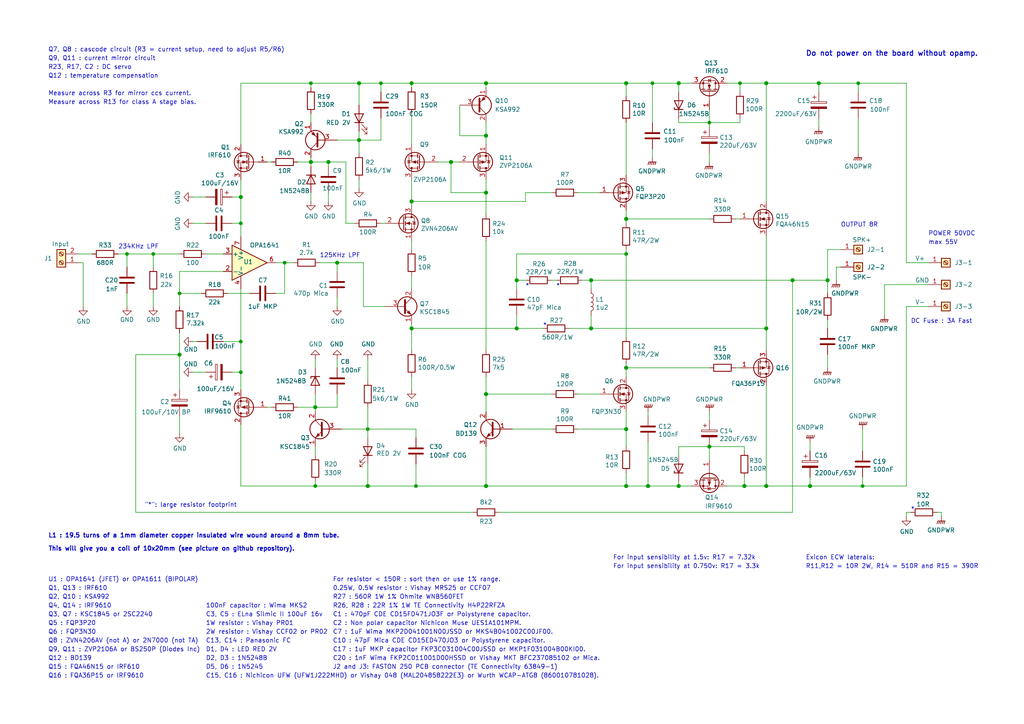
<source format=kicad_sch>
(kicad_sch (version 20211123) (generator eeschema)
  (paper "A4")
  (title_block (title "Q17-Mini Amplifier") (date "2022-03-06") (rev "1.3") (company "by eng. Tiberiu Vicol") (comment 1 "Modified by Stef for the Q17-Mini project") (comment 4 "Q17 a QUAD405 audiophile approach"))
  (junction (at 130.81 46.99) (diameter 1.016))
  (junction (at 187.96 140.97) (diameter 1.016))
  (junction (at 106.68 124.46))
  (junction (at 91.44 140.97))
  (junction (at 215.9 140.97) (diameter 1.016))
  (junction (at 91.44 118.11) (diameter 1.016))
  (junction (at 52.07 102.87) (diameter 1.016))
  (junction (at 205.74 35.56))
  (junction (at 149.86 95.25) (diameter 1.016))
  (junction (at 237.49 24.13) (diameter 1.016))
  (junction (at 196.85 24.13) (diameter 1.016))
  (junction (at 36.83 73.66))
  (junction (at 140.97 140.97) (diameter 1.016))
  (junction (at 196.85 140.97) (diameter 1.016))
  (junction (at 222.25 140.97) (diameter 1.016))
  (junction (at 110.49 24.13))
  (junction (at 90.17 46.99) (diameter 1.016))
  (junction (at 140.97 39.37) (diameter 1.016))
  (junction (at 250.19 140.97))
  (junction (at 52.07 85.09))
  (junction (at 120.65 140.97))
  (junction (at 234.95 140.97) (diameter 1.016))
  (junction (at 181.61 63.5) (diameter 1.016))
  (junction (at 240.03 81.28) (diameter 1.016))
  (junction (at 171.45 81.28) (diameter 1.016))
  (junction (at 95.25 46.99) (diameter 1.016))
  (junction (at 69.85 107.95))
  (junction (at 119.38 95.25) (diameter 1.016))
  (junction (at 69.85 57.15) (diameter 1.016))
  (junction (at 119.38 24.13) (diameter 1.016))
  (junction (at 97.79 76.2) (diameter 1.016))
  (junction (at 119.38 58.42) (diameter 1.016))
  (junction (at 149.86 81.28) (diameter 1.016))
  (junction (at 229.87 81.28) (diameter 1.016))
  (junction (at 248.92 24.13))
  (junction (at 82.55 76.2))
  (junction (at 205.74 129.54) (diameter 1.016))
  (junction (at 189.23 24.13))
  (junction (at 171.45 95.25) (diameter 1.016))
  (junction (at 222.25 24.13) (diameter 1.016))
  (junction (at 140.97 55.88) (diameter 1.016))
  (junction (at 214.63 24.13))
  (junction (at 106.68 140.97) (diameter 1.016))
  (junction (at 140.97 24.13) (diameter 1.016))
  (junction (at 181.61 140.97) (diameter 1.016))
  (junction (at 44.45 73.66))
  (junction (at 181.61 124.46) (diameter 1.016))
  (junction (at 104.14 24.13) (diameter 1.016))
  (junction (at 222.25 95.25) (diameter 1.016))
  (junction (at 140.97 114.3) (diameter 1.016))
  (junction (at 181.61 106.68) (diameter 1.016))
  (junction (at 181.61 73.66))
  (junction (at 104.14 40.64) (diameter 1.016))
  (junction (at 69.85 64.77))
  (junction (at 69.85 99.06))
  (junction (at 90.17 24.13))
  (junction (at 181.61 24.13) (diameter 1.016))
  (wire (pts (xy 110.49 40.64) (xy 104.14 40.64)))
  (wire (pts (xy 140.97 55.88) (xy 140.97 62.23)))
  (wire (pts (xy 181.61 72.39) (xy 181.61 73.66)))
  (wire (pts (xy 104.14 40.64) (xy 104.14 38.1)))
  (wire (pts (xy 97.79 40.64) (xy 104.14 40.64)))
  (wire (pts (xy 140.97 24.13) (xy 181.61 24.13)))
  (wire (pts (xy 140.97 24.13) (xy 119.38 24.13)))
  (wire (pts (xy 215.9 130.81) (xy 215.9 129.54)))
  (wire (pts (xy 215.9 129.54) (xy 205.74 129.54)))
  (wire (pts (xy 90.17 33.02) (xy 90.17 35.56)))
  (wire (pts (xy 205.74 119.38) (xy 205.74 121.92)))
  (wire (pts (xy 262.89 24.13) (xy 262.89 76.2)))
  (wire (pts (xy 52.07 78.74) (xy 52.07 85.09)))
  (wire (pts (xy 52.07 125.73) (xy 52.07 120.65)))
  (wire (pts (xy 111.76 64.77) (xy 110.49 64.77)))
  (wire (pts (xy 100.33 64.77) (xy 100.33 46.99)))
  (wire (pts (xy 95.25 46.99) (xy 100.33 46.99)))
  (wire (pts (xy 67.31 107.95) (xy 69.85 107.95)))
  (wire (pts (xy 24.13 76.2) (xy 24.13 88.9)))
  (wire (pts (xy 22.86 76.2) (xy 24.13 76.2)))
  (wire (pts (xy 52.07 102.87) (xy 52.07 113.03)))
  (wire (pts (xy 189.23 43.18) (xy 189.23 45.72)))
  (wire (pts (xy 64.77 99.06) (xy 69.85 99.06)))
  (wire (pts (xy 90.17 24.13) (xy 104.14 24.13)))
  (wire (pts (xy 120.65 140.97) (xy 140.97 140.97)))
  (wire (pts (xy 181.61 119.38) (xy 181.61 124.46)))
  (wire (pts (xy 181.61 124.46) (xy 181.61 129.54)))
  (wire (pts (xy 149.86 73.66) (xy 181.61 73.66)))
  (wire (pts (xy 149.86 81.28) (xy 149.86 73.66)))
  (wire (pts (xy 200.66 24.13) (xy 196.85 24.13)))
  (wire (pts (xy 262.89 88.9) (xy 262.89 140.97)))
  (wire (pts (xy 90.17 46.99) (xy 90.17 48.26)))
  (wire (pts (xy 90.17 45.72) (xy 90.17 46.99)))
  (wire (pts (xy 78.74 118.11) (xy 77.47 118.11)))
  (wire (pts (xy 22.86 73.66) (xy 26.67 73.66)))
  (wire (pts (xy 205.74 44.45) (xy 205.74 46.99)))
  (wire (pts (xy 262.89 88.9) (xy 269.24 88.9)))
  (wire (pts (xy 69.85 140.97) (xy 91.44 140.97)))
  (wire (pts (xy 240.03 72.39) (xy 240.03 81.28)))
  (wire (pts (xy 110.49 26.67) (xy 110.49 24.13)))
  (wire (pts (xy 69.85 123.19) (xy 69.85 140.97)))
  (wire (pts (xy 69.85 57.15) (xy 69.85 64.77)))
  (wire (pts (xy 55.88 57.15) (xy 59.69 57.15)))
  (wire (pts (xy 173.99 55.88) (xy 167.64 55.88)))
  (wire (pts (xy 39.37 102.87) (xy 52.07 102.87)))
  (wire (pts (xy 137.16 148.59) (xy 39.37 148.59)))
  (wire (pts (xy 39.37 148.59) (xy 39.37 102.87)))
  (wire (pts (xy 250.19 138.43) (xy 250.19 140.97)))
  (wire (pts (xy 234.95 140.97) (xy 250.19 140.97)))
  (wire (pts (xy 140.97 35.56) (xy 140.97 39.37)))
  (wire (pts (xy 152.4 81.28) (xy 149.86 81.28)))
  (wire (pts (xy 149.86 81.28) (xy 149.86 83.82)))
  (wire (pts (xy 181.61 35.56) (xy 181.61 50.8)))
  (wire (pts (xy 44.45 73.66) (xy 52.07 73.66)))
  (wire (pts (xy 55.88 107.95) (xy 59.69 107.95)))
  (wire (pts (xy 91.44 139.7) (xy 91.44 140.97)))
  (wire (pts (xy 248.92 24.13) (xy 248.92 26.67)))
  (wire (pts (xy 111.76 88.9) (xy 105.41 88.9)))
  (wire (pts (xy 105.41 88.9) (xy 105.41 76.2)))
  (wire (pts (xy 120.65 134.62) (xy 120.65 140.97)))
  (wire (pts (xy 168.91 81.28) (xy 171.45 81.28)))
  (wire (pts (xy 171.45 83.82) (xy 171.45 81.28)))
  (wire (pts (xy 160.02 81.28) (xy 161.29 81.28)))
  (wire (pts (xy 242.57 77.47) (xy 243.84 77.47)))
  (wire (pts (xy 242.57 77.47) (xy 242.57 81.28)))
  (wire (pts (xy 167.64 114.3) (xy 173.99 114.3)))
  (wire (pts (xy 140.97 114.3) (xy 160.02 114.3)))
  (wire (pts (xy 229.87 81.28) (xy 229.87 148.59)))
  (wire (pts (xy 229.87 148.59) (xy 144.78 148.59)))
  (wire (pts (xy 55.88 64.77) (xy 59.69 64.77)))
  (wire (pts (xy 171.45 91.44) (xy 171.45 95.25)))
  (wire (pts (xy 165.1 95.25) (xy 171.45 95.25)))
  (wire (pts (xy 213.36 63.5) (xy 214.63 63.5)))
  (wire (pts (xy 77.47 46.99) (xy 78.74 46.99)))
  (wire (pts (xy 262.89 140.97) (xy 250.19 140.97)))
  (wire (pts (xy 213.36 106.68) (xy 214.63 106.68)))
  (wire (pts (xy 59.69 73.66) (xy 64.77 73.66)))
  (wire (pts (xy 222.25 58.42) (xy 222.25 24.13)))
  (wire (pts (xy 210.82 24.13) (xy 214.63 24.13)))
  (wire (pts (xy 181.61 24.13) (xy 189.23 24.13)))
  (wire (pts (xy 181.61 24.13) (xy 181.61 27.94)))
  (wire (pts (xy 97.79 118.11) (xy 91.44 118.11)))
  (wire (pts (xy 97.79 114.3) (xy 97.79 118.11)))
  (wire (pts (xy 215.9 138.43) (xy 215.9 140.97)))
  (wire (pts (xy 222.25 95.25) (xy 222.25 101.6)))
  (wire (pts (xy 222.25 68.58) (xy 222.25 95.25)))
  (wire (pts (xy 140.97 109.22) (xy 140.97 114.3)))
  (wire (pts (xy 44.45 73.66) (xy 44.45 77.47)))
  (wire (pts (xy 167.64 124.46) (xy 181.61 124.46)))
  (wire (pts (xy 148.59 124.46) (xy 160.02 124.46)))
  (wire (pts (xy 205.74 31.75) (xy 205.74 35.56)))
  (wire (pts (xy 187.96 120.65) (xy 187.96 119.38)))
  (wire (pts (xy 91.44 106.68) (xy 91.44 104.14)))
  (wire (pts (xy 97.79 76.2) (xy 105.41 76.2)))
  (wire (pts (xy 181.61 106.68) (xy 181.61 109.22)))
  (wire (pts (xy 181.61 105.41) (xy 181.61 106.68)))
  (wire (pts (xy 140.97 114.3) (xy 140.97 119.38)))
  (wire (pts (xy 196.85 35.56) (xy 205.74 35.56)))
  (wire (pts (xy 196.85 34.29) (xy 196.85 35.56)))
  (wire (pts (xy 248.92 34.29) (xy 248.92 44.45)))
  (wire (pts (xy 106.68 110.49) (xy 106.68 104.14)))
  (wire (pts (xy 214.63 35.56) (xy 214.63 34.29)))
  (wire (pts (xy 119.38 80.01) (xy 119.38 83.82)))
  (wire (pts (xy 119.38 69.85) (xy 119.38 72.39)))
  (wire (pts (xy 119.38 52.07) (xy 119.38 58.42)))
  (wire (pts (xy 119.38 58.42) (xy 119.38 59.69)))
  (wire (pts (xy 97.79 76.2) (xy 97.79 78.74)))
  (wire (pts (xy 92.71 76.2) (xy 97.79 76.2)))
  (wire (pts (xy 95.25 46.99) (xy 90.17 46.99)))
  (wire (pts (xy 95.25 48.26) (xy 95.25 46.99)))
  (wire (pts (xy 140.97 39.37) (xy 140.97 41.91)))
  (wire (pts (xy 149.86 91.44) (xy 149.86 95.25)))
  (wire (pts (xy 149.86 95.25) (xy 157.48 95.25)))
  (wire (pts (xy 104.14 52.07) (xy 104.14 54.61)))
  (wire (pts (xy 69.85 113.03) (xy 69.85 107.95)))
  (wire (pts (xy 181.61 106.68) (xy 205.74 106.68)))
  (wire (pts (xy 55.88 99.06) (xy 57.15 99.06)))
  (wire (pts (xy 34.29 73.66) (xy 36.83 73.66)))
  (wire (pts (xy 130.81 46.99) (xy 127 46.99)))
  (wire (pts (xy 237.49 24.13) (xy 248.92 24.13)))
  (wire (pts (xy 140.97 24.13) (xy 140.97 25.4)))
  (wire (pts (xy 69.85 99.06) (xy 69.85 107.95)))
  (wire (pts (xy 222.25 140.97) (xy 215.9 140.97)))
  (wire (pts (xy 222.25 111.76) (xy 222.25 140.97)))
  (wire (pts (xy 215.9 140.97) (xy 210.82 140.97)))
  (wire (pts (xy 187.96 140.97) (xy 181.61 140.97)))
  (wire (pts (xy 66.04 85.09) (xy 72.39 85.09)))
  (wire (pts (xy 181.61 140.97) (xy 181.61 137.16)))
  (wire (pts (xy 140.97 140.97) (xy 181.61 140.97)))
  (wire (pts (xy 140.97 129.54) (xy 140.97 140.97)))
  (wire (pts (xy 240.03 72.39) (xy 243.84 72.39)))
  (wire (pts (xy 133.35 30.48) (xy 133.35 39.37)))
  (wire (pts (xy 80.01 76.2) (xy 82.55 76.2)))
  (wire (pts (xy 106.68 118.11) (xy 106.68 124.46)))
  (wire (pts (xy 36.83 85.09) (xy 36.83 88.9)))
  (wire (pts (xy 91.44 119.38) (xy 91.44 118.11)))
  (wire (pts (xy 69.85 41.91) (xy 69.85 24.13)))
  (wire (pts (xy 69.85 24.13) (xy 90.17 24.13)))
  (wire (pts (xy 214.63 24.13) (xy 222.25 24.13)))
  (wire (pts (xy 250.19 124.46) (xy 250.19 130.81)))
  (wire (pts (xy 187.96 128.27) (xy 187.96 140.97)))
  (wire (pts (xy 52.07 96.52) (xy 52.07 102.87)))
  (wire (pts (xy 140.97 69.85) (xy 140.97 101.6)))
  (wire (pts (xy 67.31 64.77) (xy 69.85 64.77)))
  (wire (pts (xy 104.14 24.13) (xy 104.14 30.48)))
  (wire (pts (xy 90.17 25.4) (xy 90.17 24.13)))
  (wire (pts (xy 189.23 24.13) (xy 189.23 35.56)))
  (wire (pts (xy 196.85 139.7) (xy 196.85 140.97)))
  (wire (pts (xy 100.33 64.77) (xy 102.87 64.77)))
  (wire (pts (xy 140.97 55.88) (xy 130.81 55.88)))
  (wire (pts (xy 130.81 55.88) (xy 130.81 46.99)))
  (wire (pts (xy 152.4 55.88) (xy 160.02 55.88)))
  (wire (pts (xy 262.89 76.2) (xy 269.24 76.2)))
  (wire (pts (xy 119.38 109.22) (xy 119.38 113.03)))
  (wire (pts (xy 234.95 140.97) (xy 222.25 140.97)))
  (wire (pts (xy 234.95 138.43) (xy 234.95 140.97)))
  (wire (pts (xy 106.68 140.97) (xy 120.65 140.97)))
  (wire (pts (xy 205.74 35.56) (xy 214.63 35.56)))
  (wire (pts (xy 36.83 73.66) (xy 44.45 73.66)))
  (wire (pts (xy 106.68 140.97) (xy 106.68 134.62)))
  (wire (pts (xy 189.23 24.13) (xy 196.85 24.13)))
  (wire (pts (xy 36.83 77.47) (xy 36.83 73.66)))
  (wire (pts (xy 205.74 129.54) (xy 205.74 133.35)))
  (wire (pts (xy 106.68 127) (xy 106.68 124.46)))
  (wire (pts (xy 187.96 140.97) (xy 196.85 140.97)))
  (wire (pts (xy 196.85 140.97) (xy 200.66 140.97)))
  (wire (pts (xy 130.81 46.99) (xy 133.35 46.99)))
  (wire (pts (xy 229.87 81.28) (xy 240.03 81.28)))
  (wire (pts (xy 240.03 81.28) (xy 240.03 85.09)))
  (wire (pts (xy 171.45 81.28) (xy 229.87 81.28)))
  (wire (pts (xy 52.07 78.74) (xy 64.77 78.74)))
  (wire (pts (xy 110.49 34.29) (xy 110.49 40.64)))
  (wire (pts (xy 91.44 118.11) (xy 91.44 114.3)))
  (wire (pts (xy 205.74 35.56) (xy 205.74 36.83)))
  (wire (pts (xy 82.55 76.2) (xy 85.09 76.2)))
  (wire (pts (xy 152.4 55.88) (xy 152.4 58.42)))
  (wire (pts (xy 152.4 58.42) (xy 119.38 58.42)))
  (wire (pts (xy 271.78 148.59) (xy 273.05 148.59)))
  (wire (pts (xy 273.05 148.59) (xy 273.05 149.86)))
  (wire (pts (xy 262.89 148.59) (xy 264.16 148.59)))
  (wire (pts (xy 262.89 149.86) (xy 262.89 148.59)))
  (wire (pts (xy 149.86 95.25) (xy 119.38 95.25)))
  (wire (pts (xy 119.38 95.25) (xy 119.38 101.6)))
  (wire (pts (xy 86.36 118.11) (xy 91.44 118.11)))
  (wire (pts (xy 262.89 24.13) (xy 248.92 24.13)))
  (wire (pts (xy 256.54 82.55) (xy 256.54 91.44)))
  (wire (pts (xy 256.54 82.55) (xy 269.24 82.55)))
  (wire (pts (xy 181.61 60.96) (xy 181.61 63.5)))
  (wire (pts (xy 181.61 63.5) (xy 181.61 64.77)))
  (wire (pts (xy 69.85 68.58) (xy 69.85 64.77)))
  (wire (pts (xy 104.14 24.13) (xy 110.49 24.13)))
  (wire (pts (xy 171.45 95.25) (xy 222.25 95.25)))
  (wire (pts (xy 69.85 83.82) (xy 69.85 99.06)))
  (wire (pts (xy 106.68 124.46) (xy 120.65 124.46)))
  (wire (pts (xy 82.55 85.09) (xy 82.55 76.2)))
  (wire (pts (xy 80.01 85.09) (xy 82.55 85.09)))
  (wire (pts (xy 181.61 73.66) (xy 181.61 97.79)))
  (wire (pts (xy 120.65 124.46) (xy 120.65 127)))
  (wire (pts (xy 104.14 40.64) (xy 104.14 44.45)))
  (wire (pts (xy 95.25 58.42) (xy 95.25 55.88)))
  (wire (pts (xy 52.07 85.09) (xy 58.42 85.09)))
  (wire (pts (xy 196.85 132.08) (xy 196.85 129.54)))
  (wire (pts (xy 196.85 129.54) (xy 205.74 129.54)))
  (wire (pts (xy 90.17 55.88) (xy 90.17 58.42)))
  (wire (pts (xy 140.97 52.07) (xy 140.97 55.88)))
  (wire (pts (xy 44.45 85.09) (xy 44.45 88.9)))
  (wire (pts (xy 69.85 52.07) (xy 69.85 57.15)))
  (wire (pts (xy 97.79 104.14) (xy 97.79 106.68)))
  (wire (pts (xy 99.06 124.46) (xy 106.68 124.46)))
  (wire (pts (xy 240.03 102.87) (xy 240.03 106.68)))
  (wire (pts (xy 110.49 24.13) (xy 119.38 24.13)))
  (wire (pts (xy 86.36 46.99) (xy 90.17 46.99)))
  (wire (pts (xy 97.79 86.36) (xy 97.79 88.9)))
  (wire (pts (xy 240.03 92.71) (xy 240.03 95.25)))
  (wire (pts (xy 237.49 34.29) (xy 237.49 36.83)))
  (wire (pts (xy 196.85 24.13) (xy 196.85 26.67)))
  (wire (pts (xy 181.61 63.5) (xy 205.74 63.5)))
  (wire (pts (xy 119.38 93.98) (xy 119.38 95.25)))
  (wire (pts (xy 214.63 26.67) (xy 214.63 24.13)))
  (wire (pts (xy 91.44 140.97) (xy 106.68 140.97)))
  (wire (pts (xy 52.07 85.09) (xy 52.07 88.9)))
  (wire (pts (xy 234.95 130.81) (xy 234.95 128.27)))
  (wire (pts (xy 119.38 33.02) (xy 119.38 41.91)))
  (wire (pts (xy 140.97 39.37) (xy 133.35 39.37)))
  (wire (pts (xy 222.25 24.13) (xy 237.49 24.13)))
  (wire (pts (xy 237.49 26.67) (xy 237.49 24.13)))
  (wire (pts (xy 67.31 57.15) (xy 69.85 57.15)))
  (wire (pts (xy 91.44 132.08) (xy 91.44 129.54)))
  (wire (pts (xy 119.38 24.13) (xy 119.38 25.4)))
  (text "*" (at 161.29 83.82 0) (effects (font (size 1.27 1.27)) (justify left bottom)))
  (text "C3, C5 : ELna Silmic II 100uF 16v" (at 59.69 179.07 0) (effects (font (size 1.27 1.27)) (justify left bottom)))
  (text "max 55V" (at 269.24 71.12 0) (effects (font (size 1.27 1.27)) (justify left bottom)))
  (text "1W resistor : Vishay PR01" (at 59.69 181.61 0) (effects (font (size 1.27 1.27)) (justify left bottom)))
  (text "C10 : 47pF Mica CDE CD15ED470JO3 or Polystyrene capacitor." (at 96.52 186.69 0) (effects (font (size 1.27 1.27)) (justify left bottom)))
  (text "J2 and J3: FASTON 250 PCB connector (TE Connectivity 63849-1)" (at 96.52 194.31 0) (effects (font (size 1.27 1.27)) (justify left bottom)))
  (text "Q9, Q11 : current mirror circuit" (at 13.97 17.78 0) (effects (font (size 1.27 1.27)) (justify left bottom)))
  (text "R23, R17, C2 : DC servo" (at 13.97 20.32 0) (effects (font (size 1.27 1.27)) (justify left bottom)))
  (text "This will give you a coil of 10x20mm (see picture on github repository)." (at 13.97 160.02 0) (effects (font (size 1.27 1.27) (thickness 0.254) bold) (justify left bottom)))
  (text "C7 : 1uF Wima MKP2D041001N00JSSD or MKS4B041002C00JF00." (at 96.52 184.15 0) (effects (font (size 1.27 1.27)) (justify left bottom)))
  (text "D2, D3 : 1N5248B" (at 59.69 191.77 0) (effects (font (size 1.27 1.27)) (justify left bottom)))
  (text "2W resistor : Vishay CCF02 or PR02" (at 59.69 184.15 0) (effects (font (size 1.27 1.27)) (justify left bottom)))
  (text "125KHz LPF" (at 92.71 74.93 0) (effects (font (size 1.27 1.27)) (justify left bottom)))
  (text "Q2, Q10 : KSA992" (at 13.97 173.99 0) (effects (font (size 1.27 1.27)) (justify left bottom)))
  (text "R26, R28 : 22R 1% 1W TE Connectivity H4P22RFZA" (at 96.52 176.53 0) (effects (font (size 1.27 1.27)) (justify left bottom)))
  (text "*" (at 264.16 148.59 0) (effects (font (size 1.27 1.27)) (justify left bottom)))
  (text "Measure across R3 for mirror ccs current." (at 13.97 27.94 0) (effects (font (size 1.27 1.27)) (justify left bottom)))
  (text "Q8 : ZVN4206AV (not A) or 2N7000 (not TA)" (at 13.97 186.69 0) (effects (font (size 1.27 1.27)) (justify left bottom)))
  (text "D1, D4 : LED RED 2V" (at 59.69 189.23 0) (effects (font (size 1.27 1.27)) (justify left bottom)))
  (text "\"*\": large resistor footprint" (at 41.91 147.32 0) (effects (font (size 1.27 1.27)) (justify left bottom)))
  (text "Q7, Q8 : cascode circuit (R3 = current setup, need to adjust R5/R6)" (at 13.97 15.24 0) (effects (font (size 1.27 1.27)) (justify left bottom)))
  (text "For input sensibility at 1.5v: R17 = 7.32k" (at 177.8 162.56 0) (effects (font (size 1.27 1.27)) (justify left bottom)))
  (text "Q5 : FQP3P20" (at 13.97 181.61 0) (effects (font (size 1.27 1.27)) (justify left bottom)))
  (text "C20 : 1nF Wima FKP2C011001D00HSSD or Vishay MKT BFC237085102 or Mica." (at 96.52 191.77 0) (effects (font (size 1.27 1.27)) (justify left bottom)))
  (text "*" (at 152.4 83.82 0) (effects (font (size 1.27 1.27)) (justify left bottom)))
  (text "L1 : 19.5 turns of a 1mm diameter copper insulated wire wound around a 8mm tube." (at 13.97 156.21 0) (effects (font (size 1.27 1.27) (thickness 0.254) bold) (justify left bottom)))
  (text "OUTPUT 8R" (at 243.84 66.04 0) (effects (font (size 1.27 1.27)) (justify left bottom)))
  (text "Q12 : BD139" (at 13.97 191.77 0) (effects (font (size 1.27 1.27)) (justify left bottom)))
  (text "C15, C16 : Nichicon UFW (UFW1J222MHD) or Vishay 048 (MAL204858222E3) or Wurth WCAP-ATG8 (860010781028)." (at 59.69 196.85 0) (effects (font (size 1.27 1.27)) (justify left bottom)))
  (text "DC Fuse : 3A Fast" (at 264.16 93.98 0) (effects (font (size 1.27 1.27)) (justify left bottom)))
  (text "Exicon ECW laterals:" (at 233.68 162.56 0) (effects (font (size 1.27 1.27)) (justify left bottom)))
  (text "234KHz LPF" (at 34.29 72.39 0) (effects (font (size 1.27 1.27)) (justify left bottom)))
  (text "Q3, Q7 : KSC1845 or 2SC2240" (at 13.97 179.07 0) (effects (font (size 1.27 1.27)) (justify left bottom)))
  (text "*" (at 157.48 95.25 0) (effects (font (size 1.27 1.27)) (justify left bottom)))
  (text "Q6 : FQP3N30" (at 13.97 184.15 0) (effects (font (size 1.27 1.27)) (justify left bottom)))
  (text "Q12 : temperature compensation" (at 13.97 22.86 0) (effects (font (size 1.27 1.27)) (justify left bottom)))
  (text "C1 : 470pF CDE CD15FD471JO3F or Polystyrene capacitor." (at 96.52 179.07 0) (effects (font (size 1.27 1.27)) (justify left bottom)))
  (text "C2 : Non polar capacitor Nichicon Muse UES1A101MPM." (at 96.52 181.61 0) (effects (font (size 1.27 1.27)) (justify left bottom)))
  (text "U1 : OPA1641 (JFET) or OPA1611 (BIPOLAR)" (at 13.97 168.91 0) (effects (font (size 1.27 1.27)) (justify left bottom)))
  (text "Measure across R13 for class A stage bias." (at 13.97 30.48 0) (effects (font (size 1.27 1.27)) (justify left bottom)))
  (text "0.25W, 0.5W resistor : Vishay MRS25 or CCF07" (at 96.52 171.45 0) (effects (font (size 1.27 1.27)) (justify left bottom)))
  (text "R11,R12 = 10R 2W, R14 = 510R and R15 = 390R" (at 233.68 165.1 0) (effects (font (size 1.27 1.27)) (justify left bottom)))
  (text "Q1, Q13 : IRF610" (at 13.97 171.45 0) (effects (font (size 1.27 1.27)) (justify left bottom)))
  (text "C13, C14 : Panasonic FC " (at 59.69 186.69 0) (effects (font (size 1.27 1.27)) (justify left bottom)))
  (text "Q15 : FQA46N15 or IRF610" (at 13.97 194.31 0) (effects (font (size 1.27 1.27)) (justify left bottom)))
  (text "Q4, Q14 : IRF9610" (at 13.97 176.53 0) (effects (font (size 1.27 1.27)) (justify left bottom)))
  (text "POWER 50VDC" (at 269.24 68.58 0) (effects (font (size 1.27 1.27)) (justify left bottom)))
  (text "C17 : 1uF MKP capacitor FKP3C031004C00JSSD or MKP1F031004B00KI00." (at 96.52 189.23 0) (effects (font (size 1.27 1.27)) (justify left bottom)))
  (text "Q9, Q11 : ZVP2106A or BS250P (Diodes Inc)" (at 13.97 189.23 0) (effects (font (size 1.27 1.27)) (justify left bottom)))
  (text "R27 : 560R 1W 1% Ohmite WNB560FET" (at 96.52 173.99 0) (effects (font (size 1.27 1.27)) (justify left bottom)))
  (text "For resistor < 150R : sort then or use 1% range." (at 96.52 168.91 0) (effects (font (size 1.27 1.27)) (justify left bottom)))
  (text "D5, D6 : 1N5245" (at 59.69 194.31 0) (effects (font (size 1.27 1.27)) (justify left bottom)))
  (text "Do not power on the board without opamp." (at 233.68 16.51 0) (effects (font (size 1.5 1.5) (thickness 0.254) bold) (justify left bottom)))
  (text "100nF capacitor : Wima MKS2" (at 59.69 176.53 0) (effects (font (size 1.27 1.27)) (justify left bottom)))
  (text "For input sensibility at 0.750v: R17 = 3.3k" (at 177.8 165.1 0) (effects (font (size 1.27 1.27)) (justify left bottom)))
  (text "Q16 : FQA36P15 or IRF9610" (at 13.97 196.85 0) (effects (font (size 1.27 1.27)) (justify left bottom)))
  (symbol (lib_id "power:GND") (at 55.88 57.15 270) (unit 1)
    (property "Reference" "#PWR0111" (effects hide))
    (property "Value" "GND" (at 51.5556 57.2643 0))
  )
  (symbol (lib_id "Device:R") (at 30.48 73.66 270) (mirror x) (unit 1)
    (property "Reference" "R33" (at 30.48 71.12 90))
    (property "Value" "680R" (at 30.48 76.2 90))
    (property "Footprint" "Resistor_THT:R_Axial_DIN0207_L6.3mm_D2.5mm_P10.16mm_Horizontal" (effects hide))
  )
  (symbol (lib_id "Device:R") (at 181.61 133.35 0) (unit 1)
    (property "Reference" "R13" (at 175.514 132.588 0) (effects (justify left)))
    (property "Value" "10R" (at 175.514 134.8867 0) (effects (justify left)))
    (property "Footprint" "Resistor_THT:R_Axial_DIN0207_L6.3mm_D2.5mm_P10.16mm_Horizontal" (effects hide))
  )
  (symbol (lib_id "Device:Q_PNP_ECB") (at 138.43 30.48 0) (mirror x) (unit 1)
    (property "Reference" "Q10" (at 143.51 29.2099 0) (effects (justify left)))
    (property "Value" "KSA992" (at 143.51 31.7499 0) (effects (justify left)))
    (property "Footprint" "Package_TO_SOT_THT:TO-92_Inline_Wide" (effects hide))
  )
  (symbol (lib_id "Device:C") (at 60.96 99.06 90) (unit 1)
    (property "Reference" "C5" (at 63.5 97.79 90))
    (property "Value" "100nF" (at 65.2658 100.4056 90))
    (property "Footprint" "Capacitor_THT:C_Rect_L7.2mm_W2.5mm_P5.00mm_FKS2_FKP2_MKS2_MKP2" (effects hide))
    (property "Spice_Primitive" "C" (effects hide))
    (property "Spice_Model" "100n" (effects hide))
    (property "Spice_Netlist_Enabled" "Y" (effects hide))
  )
  (symbol (lib_id "Device:R") (at 240.03 88.9 0) (unit 1)
    (property "Reference" "R31" (at 234.5931 87.9307 0) (effects (justify left)))
    (property "Value" "10R/2W" (at 230.7831 90.4707 0) (effects (justify left)))
    (property "Footprint" "Resistor_THT:R_Axial_DIN0411_L9.9mm_D3.6mm_P15.24mm_Horizontal" (effects hide))
  )
  (symbol (lib_id "power:GND") (at 55.88 107.95 270) (unit 1)
    (property "Reference" "#PWR0129" (effects hide))
    (property "Value" "GND" (at 55.3399 105.5834 90))
  )
  (symbol (lib_id "power:GND") (at 52.07 125.73 0) (unit 1)
    (property "Reference" "#PWR0107" (effects hide))
    (property "Value" "GND" (at 52.1843 130.0544 0))
  )
  (symbol (lib_id "Device:R") (at 88.9 76.2 90) (unit 1)
    (property "Reference" "R1" (at 88.9 70.9738 90))
    (property "Value" "2.7k" (at 88.9 73.2725 90))
    (property "Footprint" "Resistor_THT:R_Axial_DIN0207_L6.3mm_D2.5mm_P10.16mm_Horizontal" (effects hide))
  )
  (symbol (lib_id "power:GNDPWR") (at 205.74 119.38 180) (unit 1)
    (property "Reference" "#PWR0121" (effects hide))
    (property "Value" "GNDPWR" (at 205.74 115.824 0))
  )
  (symbol (lib_id "Connector:Screw_Terminal_01x01") (at 248.92 77.47 0) (unit 1)
    (property "Reference" "J2-2" (at 251.46 77.47 0) (effects (justify left)))
    (property "Value" "SPK-" (at 247.2875 80.371 0) (effects (justify left)))
    (property "Footprint" "Q17_Library:Faston_Connector_63849-1_TEC" (effects hide))
  )
  (symbol (lib_id "Device:C") (at 187.96 124.46 0) (unit 1)
    (property "Reference" "C12" (at 190.8811 123.6991 0) (effects (justify left)))
    (property "Value" "100nF" (at 190.8811 125.9978 0) (effects (justify left)))
    (property "Footprint" "Capacitor_THT:C_Rect_L7.2mm_W2.5mm_P5.00mm_FKS2_FKP2_MKS2_MKP2" (effects hide))
    (property "Datasheet" "https://ro.mouser.com/datasheet/2/212/1/KEM_F3101_R82-1103738.pdf" (effects hide))
    (property "Spice_Primitive" "C" (effects hide))
    (property "Spice_Model" "100n" (effects hide))
    (property "Spice_Netlist_Enabled" "Y" (effects hide))
  )
  (symbol (lib_id "Device:R") (at 181.61 68.58 0) (unit 1)
    (property "Reference" "R11" (at 183.3881 67.4306 0) (effects (justify left)))
    (property "Value" "47R/2W" (at 183.3881 69.7293 0) (effects (justify left)))
    (property "Footprint" "Resistor_THT:R_Axial_DIN0411_L9.9mm_D3.6mm_P12.70mm_Horizontal" (effects hide))
  )
  (symbol (lib_id "Device:R") (at 163.83 124.46 90) (unit 1)
    (property "Reference" "R9" (at 163.83 119.2338 90))
    (property "Value" "100R" (at 163.83 121.533 90))
    (property "Footprint" "Resistor_THT:R_Axial_DIN0207_L6.3mm_D2.5mm_P10.16mm_Horizontal" (effects hide))
  )
  (symbol (lib_id "Device:R") (at 106.68 114.3 0) (mirror x) (unit 1)
    (property "Reference" "R21" (at 107.95 113.03 0) (effects (justify left)))
    (property "Value" "5k6/1W" (at 107.95 115.57 0) (effects (justify left)))
    (property "Footprint" "Resistor_THT:R_Axial_DIN0207_L6.3mm_D2.5mm_P10.16mm_Horizontal" (effects hide))
  )
  (symbol (lib_id "Device:LED") (at 104.14 34.29 90) (unit 1)
    (property "Reference" "D1" (at 99.06 33.02 90) (effects (justify right)))
    (property "Value" "RED 2V" (at 94.5029 35.5599 90) (effects (justify right)))
    (property "Footprint" "LED_THT:LED_D5.0mm" (effects hide))
  )
  (symbol (lib_id "Device:Q_NPN_ECB") (at 93.98 124.46 0) (mirror y) (unit 1)
    (property "Reference" "Q3" (at 89.916 127 0) (effects (justify left)))
    (property "Value" "KSC1845" (at 89.916 129.54 0) (effects (justify left)))
    (property "Footprint" "Package_TO_SOT_THT:TO-92_Inline_Wide" (effects hide))
  )
  (symbol (lib_id "Device:C_Polarized") (at 234.95 134.62 0) (unit 1)
    (property "Reference" "C16" (at 236.22 132.08 0) (effects (justify left)))
    (property "Value" "2200uF/63V" (at 236.22 137.16 0) (effects (justify left)))
    (property "Footprint" "Capacitor_THT:CP_Radial_D18.0mm_P7.50mm" (effects hide))
  )
  (symbol (lib_id "Device:R") (at 209.55 106.68 90) (unit 1)
    (property "Reference" "R15" (at 210.82 101.092 90) (effects (justify left)))
    (property "Value" "330R" (at 212.09 103.632 90) (effects (justify left)))
    (property "Footprint" "Resistor_THT:R_Axial_DIN0207_L6.3mm_D2.5mm_P10.16mm_Horizontal" (effects hide))
  )
  (symbol (lib_id "power:GNDPWR") (at 187.96 119.38 180) (unit 1)
    (property "Reference" "#PWR0120" (effects hide))
    (property "Value" "GNDPWR" (at 190.5 115.824 0))
  )
  (symbol (lib_id "Device:C") (at 189.23 39.37 180) (unit 1)
    (property "Reference" "C11" (at 194.31 38.1 0))
    (property "Value" "100nF" (at 195.58 40.64 0))
    (property "Footprint" "Capacitor_THT:C_Rect_L7.2mm_W2.5mm_P5.00mm_FKS2_FKP2_MKS2_MKP2" (effects hide))
    (property "Datasheet" "https://ro.mouser.com/datasheet/2/212/1/KEM_F3101_R82-1103738.pdf" (effects hide))
    (property "Spice_Primitive" "C" (effects hide))
    (property "Spice_Model" "100n" (effects hide))
    (property "Spice_Netlist_Enabled" "Y" (effects hide))
  )
  (symbol (lib_id "power:GND") (at 44.45 88.9 0) (unit 1)
    (property "Reference" "#PWR0115" (effects hide))
    (property "Value" "GND" (at 44.45 92.71 0))
  )
  (symbol (lib_id "power:GND") (at 262.89 149.86 0) (unit 1)
    (property "Reference" "#PWR0124" (effects hide))
    (property "Value" "GND" (at 263.0043 154.1844 0))
  )
  (symbol (lib_id "power:GNDPWR") (at 256.54 91.44 0) (unit 1)
    (property "Reference" "#PWR0128" (effects hide))
    (property "Value" "GNDPWR" (at 256.413 95.358 0))
  )
  (symbol (lib_id "Device:C") (at 95.25 52.07 180) (unit 1)
    (property "Reference" "C9" (at 97.79 49.53 0))
    (property "Value" "100nF" (at 96.52 54.61 0))
    (property "Footprint" "Capacitor_THT:C_Rect_L7.2mm_W2.5mm_P5.00mm_FKS2_FKP2_MKS2_MKP2" (effects hide))
    (property "Datasheet" "https://ro.mouser.com/datasheet/2/212/1/KEM_F3101_R82-1103738.pdf" (effects hide))
    (property "Spice_Primitive" "C" (effects hide))
    (property "Spice_Model" "100n" (effects hide))
    (property "Spice_Netlist_Enabled" "Y" (effects hide))
  )
  (symbol (lib_id "power:GND") (at 24.13 88.9 0) (unit 1)
    (property "Reference" "#PWR0114" (effects hide))
    (property "Value" "GND" (at 24.2443 93.2244 0))
  )
  (symbol (lib_id "Device:C_Polarized") (at 63.5 107.95 90) (unit 1)
    (property "Reference" "C6" (at 60.4721 105.363 90))
    (property "Value" "100uF/16V" (at 62.484 112.776 90))
    (property "Footprint" "Capacitor_THT:CP_Radial_D10.0mm_P5.00mm" (effects hide))
  )
  (symbol (lib_id "Transistor_FET:VP0610L") (at 121.92 46.99 180) (unit 1)
    (property "Reference" "Q9" (at 124.46 41.91 0) (effects (justify left)))
    (property "Value" "ZVP2106A" (at 129.54 52.07 0) (effects (justify left)))
    (property "Footprint" "Package_TO_SOT_THT:TO-92S_Wide" (effects hide))
    (property "Datasheet" "http://www.vishay.com/docs/70209/70209.pdf" (effects hide))
  )
  (symbol (lib_id "Device:LED") (at 106.68 130.81 270) (mirror x) (unit 1)
    (property "Reference" "D4" (at 111.76 129.286 90) (effects (justify right)))
    (property "Value" "RED 2V" (at 116.3248 131.5054 90) (effects (justify right)))
    (property "Footprint" "LED_THT:LED_D5.0mm" (effects hide))
  )
  (symbol (lib_id "Device:R") (at 209.55 63.5 90) (unit 1)
    (property "Reference" "R14" (at 210.82 58.166 90) (effects (justify left)))
    (property "Value" "330R" (at 212.09 60.706 90) (effects (justify left)))
    (property "Footprint" "Resistor_THT:R_Axial_DIN0207_L6.3mm_D2.5mm_P10.16mm_Horizontal" (effects hide))
  )
  (symbol (lib_id "Device:R") (at 44.45 81.28 180) (unit 1)
    (property "Reference" "R16" (at 48.26 80.01 0))
    (property "Value" "22k" (at 48.26 82.55 0))
    (property "Footprint" "Resistor_THT:R_Axial_DIN0207_L6.3mm_D2.5mm_P10.16mm_Horizontal" (effects hide))
    (property "Part#" "RN60D2202FRE6" (effects hide))
  )
  (symbol (lib_id "Device:R") (at 181.61 31.75 0) (unit 1)
    (property "Reference" "R10" (at 183.3881 30.6006 0) (effects (justify left)))
    (property "Value" "10R" (at 183.3881 32.8993 0) (effects (justify left)))
    (property "Footprint" "Resistor_THT:R_Axial_DIN0207_L6.3mm_D2.5mm_P10.16mm_Horizontal" (effects hide))
  )
  (symbol (lib_id "power:GNDPWR") (at 234.95 128.27 180) (unit 1)
    (property "Reference" "#PWR0125" (effects hide))
    (property "Value" "GNDPWR" (at 234.95 123.952 0))
  )
  (symbol (lib_id "Device:R") (at 156.21 81.28 90) (unit 1)
    (property "Reference" "R26" (at 156.3556 76.5684 90))
    (property "Value" "22R/1W" (at 156.3556 78.8671 90))
    (property "Footprint" "Resistor_THT:R_Axial_DIN0411_L9.9mm_D3.6mm_P12.70mm_Horizontal" (effects hide))
  )
  (symbol (lib_id "Device:D_Zener") (at 196.85 30.48 90) (unit 1)
    (property "Reference" "D6" (at 201.93 30.48 90) (effects (justify left)))
    (property "Value" "1N5245B" (at 205.74 33.02 90) (effects (justify left)))
    (property "Footprint" "Diode_THT:D_DO-35_SOD27_P7.62mm_Horizontal" (effects hide))
    (property "Datasheet" "https://www.mouser.fr/ProductDetail/512-1N5245BTR" (effects hide))
  )
  (symbol (lib_id "Device:R") (at 62.23 85.09 90) (unit 1)
    (property "Reference" "R18" (at 62.23 82.55 90))
    (property "Value" "22k" (at 62.23 87.63 90))
    (property "Footprint" "Resistor_THT:R_Axial_DIN0207_L6.3mm_D2.5mm_P10.16mm_Horizontal" (effects hide))
  )
  (symbol (lib_id "power:GND") (at 36.83 88.9 0) (unit 1)
    (property "Reference" "#PWR0113" (effects hide))
    (property "Value" "GND" (at 36.83 92.71 0))
  )
  (symbol (lib_id "power:GNDPWR") (at 237.49 36.83 0) (unit 1)
    (property "Reference" "#PWR0118" (effects hide))
    (property "Value" "GNDPWR" (at 237.49 41.148 0))
  )
  (symbol (lib_id "Device:Q_NPN_ECB") (at 116.84 88.9 0) (unit 1)
    (property "Reference" "Q7" (at 121.6915 88.1391 0) (effects (justify left)))
    (property "Value" "KSC1845" (at 121.6915 90.4378 0) (effects (justify left)))
    (property "Footprint" "Package_TO_SOT_THT:TO-92_Inline_Wide" (effects hide))
  )
  (symbol (lib_id "Device:Q_NMOS_GDS") (at 219.71 63.5 0) (unit 1)
    (property "Reference" "Q15" (at 224.9171 62.7391 0) (effects (justify left)))
    (property "Value" "FQA46N15" (at 224.9171 65.0378 0) (effects (justify left)))
    (property "Footprint" "Package_TO_SOT_THT:TO-3P-3_Vertical" (effects hide))
  )
  (symbol (lib_id "Device:C_Polarized") (at 205.74 40.64 0) (unit 1)
    (property "Reference" "C13" (at 208.6611 39.8791 0) (effects (justify left)))
    (property "Value" "220uF/63V" (at 208.6611 42.1778 0) (effects (justify left)))
    (property "Footprint" "Capacitor_THT:CP_Radial_D12.5mm_P5.00mm" (effects hide))
  )
  (symbol (lib_id "Device:L") (at 171.45 87.63 0) (unit 1)
    (property "Reference" "L1" (at 172.7201 86.8691 0) (effects (justify left)))
    (property "Value" "1u2" (at 172.7201 89.1678 0) (effects (justify left)))
    (property "Footprint" "Q17_Library:L_Axial_L22mm_D10mm_P21mm_vertical_Q17_Mini" (effects hide))
  )
  (symbol (lib_id "Device:R") (at 90.17 29.21 0) (unit 1)
    (property "Reference" "R19" (at 91.9481 28.0606 0) (effects (justify left)))
    (property "Value" "330R" (at 91.948 30.359 0) (effects (justify left)))
    (property "Footprint" "Resistor_THT:R_Axial_DIN0207_L6.3mm_D2.5mm_P10.16mm_Horizontal" (effects hide))
  )
  (symbol (lib_id "Device:C_Polarized") (at 52.07 116.84 0) (unit 1)
    (property "Reference" "C2" (at 46.4082 116.5306 0) (effects (justify left)))
    (property "Value" "100uF/10V BP" (at 40.9765 119.518 0) (effects (justify left)))
    (property "Footprint" "Capacitor_THT:CP_Radial_D10.0mm_P5.00mm" (effects hide))
  )
  (symbol (lib_id "Device:R") (at 161.29 95.25 90) (unit 1)
    (property "Reference" "R27" (at 161.3688 92.9397 90))
    (property "Value" "560R/1W" (at 161.6861 97.8047 90))
    (property "Footprint" "Resistor_THT:R_Axial_DIN0411_L9.9mm_D3.6mm_P12.70mm_Horizontal" (effects hide))
  )
  (symbol (lib_id "Device:R") (at 181.61 101.6 0) (unit 1)
    (property "Reference" "R12" (at 183.3881 100.4506 0) (effects (justify left)))
    (property "Value" "47R/2W" (at 183.3881 102.7493 0) (effects (justify left)))
    (property "Footprint" "Resistor_THT:R_Axial_DIN0411_L9.9mm_D3.6mm_P12.70mm_Horizontal" (effects hide))
  )
  (symbol (lib_id "Device:C") (at 97.79 82.55 0) (unit 1)
    (property "Reference" "C1" (at 92.456 82.804 0) (effects (justify left)))
    (property "Value" "470p Mica" (at 85.09 85.09 0) (effects (justify left)))
    (property "Footprint" "Q17_Library:C_Mica_v2_L11.4mm_W4.3mm_H9.1_P5.9mm_mix" (effects hide))
  )
  (symbol (lib_id "Device:R") (at 104.14 48.26 0) (unit 1)
    (property "Reference" "R2" (at 105.9181 47.1106 0) (effects (justify left)))
    (property "Value" "5k6/1W" (at 105.918 49.409 0) (effects (justify left)))
    (property "Footprint" "Resistor_THT:R_Axial_DIN0207_L6.3mm_D2.5mm_P10.16mm_Horizontal" (effects hide))
  )
  (symbol (lib_id "power:GND") (at 90.17 58.42 0) (unit 1)
    (property "Reference" "#PWR0110" (effects hide))
    (property "Value" "GND" (at 90.2843 62.7444 0))
  )
  (symbol (lib_id "Device:R") (at 214.63 30.48 0) (unit 1)
    (property "Reference" "R29" (at 216.2783 29.264 0) (effects (justify left)))
    (property "Value" "100R" (at 216.2005 31.5986 0) (effects (justify left)))
    (property "Footprint" "Resistor_THT:R_Axial_DIN0207_L6.3mm_D2.5mm_P10.16mm_Horizontal" (effects hide))
  )
  (symbol (lib_id "Device:C_Polarized") (at 205.74 125.73 0) (unit 1)
    (property "Reference" "C14" (at 208.6611 124.9691 0) (effects (justify left)))
    (property "Value" "220uF/63V" (at 208.6611 127.2678 0) (effects (justify left)))
    (property "Footprint" "Capacitor_THT:CP_Radial_D12.5mm_P5.00mm" (effects hide))
  )
  (symbol (lib_id "Device:R") (at 163.83 55.88 90) (unit 1)
    (property "Reference" "R7" (at 163.83 50.6538 90))
    (property "Value" "100R" (at 163.83 52.9525 90))
    (property "Footprint" "Resistor_THT:R_Axial_DIN0207_L6.3mm_D2.5mm_P10.16mm_Horizontal" (effects hide))
  )
  (symbol (lib_id "Device:C") (at 149.86 87.63 0) (unit 1)
    (property "Reference" "C10" (at 152.7811 86.8691 0) (effects (justify left)))
    (property "Value" "47pF Mica" (at 152.7811 89.1678 0) (effects (justify left)))
    (property "Footprint" "Q17_Library:C_Mica_v2_L11.4mm_W4.3mm_H9.1_P5.9mm_mix" (effects hide))
  )
  (symbol (lib_id "Device:R") (at 82.55 118.11 90) (unit 1)
    (property "Reference" "R41" (at 82.55 115.57 90))
    (property "Value" "10R" (at 82.55 120.65 90))
    (property "Footprint" "Resistor_THT:R_Axial_DIN0207_L6.3mm_D2.5mm_P10.16mm_Horizontal" (effects hide))
  )
  (symbol (lib_id "Device:C") (at 36.83 81.28 180) (unit 1)
    (property "Reference" "C20" (at 34.29 81.28 0) (effects (justify left)))
    (property "Value" "1nF" (at 34.29 83.82 0) (effects (justify left)))
    (property "Footprint" "Q17_Library:C_Mica_v2_L11.4mm_W4.3mm_H9.1_P5.9mm_mix" (effects hide))
  )
  (symbol (lib_id "Device:R") (at 106.68 64.77 90) (unit 1)
    (property "Reference" "R4" (at 106.68 62.23 90))
    (property "Value" "100R" (at 106.68 67.31 90))
    (property "Footprint" "Resistor_THT:R_Axial_DIN0207_L6.3mm_D2.5mm_P10.16mm_Horizontal" (effects hide))
  )
  (symbol (lib_id "Device:C_Polarized") (at 237.49 30.48 0) (unit 1)
    (property "Reference" "C15" (at 231.14 29.21 0) (effects (justify left)))
    (property "Value" "2200uF/63V" (at 224.79 33.02 0) (effects (justify left)))
    (property "Footprint" "Capacitor_THT:CP_Radial_D18.0mm_P7.50mm" (effects hide))
  )
  (symbol (lib_id "Device:R") (at 163.83 114.3 90) (unit 1)
    (property "Reference" "R8" (at 163.83 109.0738 90))
    (property "Value" "120R" (at 163.83 111.3725 90))
    (property "Footprint" "Resistor_THT:R_Axial_DIN0207_L6.3mm_D2.5mm_P10.16mm_Horizontal" (effects hide))
  )
  (symbol (lib_id "power:GNDPWR") (at 273.05 149.86 0) (unit 1)
    (property "Reference" "#PWR0123" (effects hide))
    (property "Value" "GNDPWR" (at 272.923 153.778 0))
  )
  (symbol (lib_id "Device:R") (at 119.38 76.2 0) (unit 1)
    (property "Reference" "R5" (at 121.158 74.9299 0) (effects (justify left)))
    (property "Value" "10R" (at 121.158 77.4699 0) (effects (justify left)))
    (property "Footprint" "Resistor_THT:R_Axial_DIN0207_L6.3mm_D2.5mm_P10.16mm_Horizontal" (effects hide))
  )
  (symbol (lib_id "Device:R") (at 52.07 92.71 180) (unit 1)
    (property "Reference" "R17" (at 55.88 91.44 0))
    (property "Value" "7.32k" (at 56.7302 93.7195 0))
    (property "Footprint" "Resistor_THT:R_Axial_DIN0207_L6.3mm_D2.5mm_P10.16mm_Horizontal" (effects hide))
  )
  (symbol (lib_id "Connector:Screw_Terminal_01x02") (at 17.78 76.2 180) (unit 1)
    (property "Reference" "J1" (at 13.97 74.93 0))
    (property "Value" "Input" (at 17.526 70.7475 0))
    (property "Footprint" "TerminalBlock_Phoenix:TerminalBlock_Phoenix_PT-1,5-2-5.0-H_1x02_P5.00mm_Horizontal" (effects hide))
  )
  (symbol (lib_id "Device:C") (at 120.65 130.81 0) (unit 1)
    (property "Reference" "C30" (at 124.46 129.5399 0) (effects (justify left)))
    (property "Value" "100nF COG" (at 124.46 132.0799 0) (effects (justify left)))
    (property "Footprint" "Capacitor_SMD:C_1206_3216Metric" (effects hide))
  )
  (symbol (lib_id "Device:R") (at 215.9 134.62 0) (unit 1)
    (property "Reference" "R30" (at 217.236 133.6118 0) (effects (justify left)))
    (property "Value" "100R" (at 217.2359 135.9102 0) (effects (justify left)))
    (property "Footprint" "Resistor_THT:R_Axial_DIN0207_L6.3mm_D2.5mm_P10.16mm_Horizontal" (effects hide))
  )
  (symbol (lib_id "Device:R") (at 119.38 29.21 0) (mirror y) (unit 1)
    (property "Reference" "R3" (at 124.46 27.94 0) (effects (justify left)))
    (property "Value" "150R" (at 127 30.48 0) (effects (justify left)))
    (property "Footprint" "Resistor_THT:R_Axial_DIN0207_L6.3mm_D2.5mm_P10.16mm_Horizontal" (effects hide))
  )
  (symbol (lib_id "Device:C") (at 76.2 85.09 90) (unit 1)
    (property "Reference" "C7" (at 76.2 81.28 90))
    (property "Value" "1uF MKP" (at 76.2 88.9 90))
    (property "Footprint" "Q17_Library:C_Rect_L7.2mm_W11.0mm_P5.00mm_MKP2_Custom" (effects hide))
    (property "Spice_Primitive" "C" (effects hide))
    (property "Spice_Model" "100n" (effects hide))
    (property "Spice_Netlist_Enabled" "Y" (effects hide))
  )
  (symbol (lib_id "Device:R") (at 140.97 105.41 0) (unit 1)
    (property "Reference" "R25" (at 142.7481 104.2606 0) (effects (justify left)))
    (property "Value" "7k5" (at 142.748 106.559 0) (effects (justify left)))
    (property "Footprint" "Resistor_THT:R_Axial_DIN0207_L6.3mm_D2.5mm_P10.16mm_Horizontal" (effects hide))
  )
  (symbol (lib_id "Transistor_FET:2N7000") (at 116.84 64.77 0) (unit 1)
    (property "Reference" "Q8" (at 122.0471 64.0091 0) (effects (justify left)))
    (property "Value" "ZVN4206AV" (at 122.0471 66.3078 0) (effects (justify left)))
    (property "Footprint" "Package_TO_SOT_THT:TO-92S_Wide" (effects hide))
    (property "Datasheet" "https://www.onsemi.com/pub/Collateral/NDS7002A-D.PDF" (effects hide))
  )
  (symbol (lib_id "Device:Q_NMOS_GDS") (at 179.07 114.3 0) (unit 1)
    (property "Reference" "Q6" (at 175.26 110.49 0) (effects (justify left)))
    (property "Value" "FQP3N30" (at 171.45 119.38 0) (effects (justify left)))
    (property "Footprint" "Package_TO_SOT_THT:TO-220-3_Vertical" (effects hide))
  )
  (symbol (lib_id "power:GND") (at 104.14 54.61 0) (unit 1)
    (property "Reference" "#PWR0102" (effects hide))
    (property "Value" "GND" (at 104.2543 58.9344 0))
  )
  (symbol (lib_id "power:GNDPWR") (at 205.74 46.99 0) (unit 1)
    (property "Reference" "#PWR0116" (effects hide))
    (property "Value" "GNDPWR" (at 205.613 50.908 0))
  )
  (symbol (lib_id "Device:Q_PMOS_GDS") (at 72.39 118.11 180) (unit 1)
    (property "Reference" "Q4" (at 67.1829 116.9606 0) (effects (justify left)))
    (property "Value" "IRF9610" (at 67.1829 119.2593 0) (effects (justify left)))
    (property "Footprint" "Package_TO_SOT_THT:TO-220-3_Vertical" (effects hide))
  )
  (symbol (lib_id "power:GND") (at 55.88 99.06 270) (unit 1)
    (property "Reference" "#PWR0112" (effects hide))
    (property "Value" "GND" (at 55.372 101.346 90))
  )
  (symbol (lib_id "Device:R") (at 119.38 105.41 0) (unit 1)
    (property "Reference" "R6" (at 121.1581 104.2606 0) (effects (justify left)))
    (property "Value" "100R/0.5W" (at 121.158 106.559 0) (effects (justify left)))
    (property "Footprint" "Resistor_THT:R_Axial_DIN0207_L6.3mm_D2.5mm_P10.16mm_Horizontal" (effects hide))
  )
  (symbol (lib_id "power:GND") (at 91.44 104.14 0) (mirror x) (unit 1)
    (property "Reference" "#PWR0104" (effects hide))
    (property "Value" "GND" (at 91.5543 99.8156 0))
  )
  (symbol (lib_id "power:GNDPWR") (at 240.03 106.68 0) (unit 1)
    (property "Reference" "#PWR0122" (effects hide))
    (property "Value" "GNDPWR" (at 239.903 110.598 0))
  )
  (symbol (lib_id "Device:C_Polarized") (at 63.5 57.15 270) (unit 1)
    (property "Reference" "C3" (at 63.754 50.8 90))
    (property "Value" "100uF/16V" (at 63.754 53.0987 90))
    (property "Footprint" "Capacitor_THT:CP_Radial_D10.0mm_P5.00mm" (effects hide))
  )
  (symbol (lib_id "Device:C") (at 110.49 30.48 0) (unit 1)
    (property "Reference" "C29" (at 111.76 27.94 0) (effects (justify left)))
    (property "Value" "100nF COG" (at 111.76 33.02 0) (effects (justify left)))
    (property "Footprint" "Capacitor_SMD:C_1206_3216Metric" (effects hide))
  )
  (symbol (lib_id "power:GNDPWR") (at 189.23 45.72 0) (unit 1)
    (property "Reference" "#PWR0117" (effects hide))
    (property "Value" "GNDPWR" (at 189.103 49.638 0))
  )
  (symbol (lib_id "Device:R") (at 140.97 66.04 0) (unit 1)
    (property "Reference" "R24" (at 142.7481 64.8906 0) (effects (justify left)))
    (property "Value" "10k" (at 142.748 67.189 0) (effects (justify left)))
    (property "Footprint" "Resistor_THT:R_Axial_DIN0207_L6.3mm_D2.5mm_P10.16mm_Horizontal" (effects hide))
  )
  (symbol (lib_id "power:GNDPWR") (at 242.57 81.28 0) (unit 1)
    (property "Reference" "#PWR0127" (effects hide))
    (property "Value" "GNDPWR" (at 245.11 85.09 0))
  )
  (symbol (lib_id "Device:Q_PMOS_GDS") (at 179.07 55.88 0) (mirror x) (unit 1)
    (property "Reference" "Q5" (at 184.2771 54.7306 0) (effects (justify left)))
    (property "Value" "FQP3P20" (at 184.2771 57.0293 0) (effects (justify left)))
    (property "Footprint" "Package_TO_SOT_THT:TO-220-3_Vertical" (effects hide))
  )
  (symbol (lib_id "Device:Q_NMOS_GDS") (at 205.74 26.67 270) (mirror x) (unit 1)
    (property "Reference" "Q13" (at 204.216 18.2753 90) (effects (justify left)))
    (property "Value" "IRF610" (at 204.47 20.574 90) (effects (justify left)))
    (property "Footprint" "Package_TO_SOT_THT:TO-220-3_Vertical" (effects hide))
  )
  (symbol (lib_id "Connector:Screw_Terminal_01x01") (at 274.32 82.55 0) (unit 1)
    (property "Reference" "J3-2" (at 276.86 82.55 0) (effects (justify left)))
    (property "Value" "GND" (at 265.43 81.28 0) (effects (justify left)))
    (property "Footprint" "Q17_Library:Faston_Connector_63849-1_TEC" (effects hide))
  )
  (symbol (lib_id "power:GND") (at 106.68 104.14 0) (mirror x) (unit 1)
    (property "Reference" "#PWR0105" (effects hide))
    (property "Value" "GND" (at 106.7943 99.8156 0))
  )
  (symbol (lib_id "Device:D_Zener") (at 196.85 135.89 90) (unit 1)
    (property "Reference" "D5" (at 194.31 135.89 90) (effects (justify left)))
    (property "Value" "1N5245B" (at 196.85 133.35 90) (effects (justify left)))
    (property "Footprint" "Diode_THT:D_DO-35_SOD27_P7.62mm_Horizontal" (effects hide))
  )
  (symbol (lib_id "power:GNDPWR") (at 250.19 124.46 180) (unit 1)
    (property "Reference" "#PWR0126" (effects hide))
    (property "Value" "GNDPWR" (at 250.19 120.65 0))
  )
  (symbol (lib_id "Device:R") (at 55.88 73.66 90) (unit 1)
    (property "Reference" "R22" (at 55.88 71.12 90))
    (property "Value" "100" (at 55.88 76.2 90))
    (property "Footprint" "Resistor_THT:R_Axial_DIN0207_L6.3mm_D2.5mm_P10.16mm_Horizontal" (effects hide))
  )
  (symbol (lib_id "power:GND") (at 97.79 88.9 0) (unit 1)
    (property "Reference" "#PWR0101" (effects hide))
    (property "Value" "GND" (at 97.9043 93.2244 0))
  )
  (symbol (lib_id "Device:R") (at 82.55 46.99 90) (unit 1)
    (property "Reference" "R40" (at 82.55 44.45 90))
    (property "Value" "10R" (at 82.55 49.53 90))
    (property "Footprint" "Resistor_THT:R_Axial_DIN0207_L6.3mm_D2.5mm_P10.16mm_Horizontal" (effects hide))
  )
  (symbol (lib_id "Device:R") (at 91.44 135.89 0) (mirror x) (unit 1)
    (property "Reference" "R20" (at 93.98 134.62 0) (effects (justify left)))
    (property "Value" "330R" (at 93.98 137.16 0) (effects (justify left)))
    (property "Footprint" "Resistor_THT:R_Axial_DIN0207_L6.3mm_D2.5mm_P10.16mm_Horizontal" (effects hide))
  )
  (symbol (lib_id "Device:Q_PNP_ECB") (at 92.71 40.64 180) (unit 1)
    (property "Reference" "Q2" (at 88.1466 35.9259 0) (effects (justify left)))
    (property "Value" "KSA992" (at 88.1466 38.2246 0) (effects (justify left)))
    (property "Footprint" "Package_TO_SOT_THT:TO-92_Inline_Wide" (effects hide))
  )
  (symbol (lib_id "Device:C") (at 97.79 110.49 0) (unit 1)
    (property "Reference" "C8" (at 100.076 104.902 0))
    (property "Value" "100nF" (at 101.8527 107.3592 0))
    (property "Footprint" "Capacitor_THT:C_Rect_L7.2mm_W2.5mm_P5.00mm_FKS2_FKP2_MKS2_MKP2" (effects hide))
    (property "Datasheet" "https://ro.mouser.com/datasheet/2/212/1/KEM_F3101_R82-1103738.pdf" (effects hide))
    (property "Spice_Primitive" "C" (effects hide))
    (property "Spice_Model" "100n" (effects hide))
    (property "Spice_Netlist_Enabled" "Y" (effects hide))
  )
  (symbol (lib_id "Device:Q_NMOS_GDS") (at 72.39 46.99 0) (mirror y) (unit 1)
    (property "Reference" "Q1" (at 66.802 42.672 0) (effects (justify left)))
    (property "Value" "IRF610" (at 67.056 44.9707 0) (effects (justify left)))
    (property "Footprint" "Package_TO_SOT_THT:TO-220-3_Vertical" (effects hide))
  )
  (symbol (lib_id "power:GND") (at 95.25 58.42 0) (unit 1)
    (property "Reference" "#PWR0108" (effects hide))
    (property "Value" "GND" (at 95.3643 62.7444 0))
  )
  (symbol (lib_id "Device:Q_PMOS_GDS") (at 205.74 138.43 270) (unit 1)
    (property "Reference" "Q14" (at 204.47 144.272 90) (effects (justify left)))
    (property "Value" "IRF9610" (at 204.47 146.812 90) (effects (justify left)))
    (property "Footprint" "Package_TO_SOT_THT:TO-220-3_Vertical" (effects hide))
  )
  (symbol (lib_id "power:GND") (at 55.88 64.77 270) (unit 1)
    (property "Reference" "#PWR0109" (effects hide))
    (property "Value" "GND" (at 51.5556 64.8843 0))
  )
  (symbol (lib_id "Connector:Screw_Terminal_01x01") (at 274.32 88.9 0) (unit 1)
    (property "Reference" "J3-3" (at 276.86 88.9 0) (effects (justify left)))
    (property "Value" "V-" (at 265.43 87.63 0) (effects (justify left)))
    (property "Footprint" "Q17_Library:Faston_Connector_63849-1_TEC" (effects hide))
  )
  (symbol (lib_id "power:GND") (at 119.38 113.03 0) (unit 1)
    (property "Reference" "#PWR0103" (effects hide))
    (property "Value" "GND" (at 119.4943 117.3544 0))
  )
  (symbol (lib_id "Amplifier_Operational:OPA1641") (at 72.39 76.2 0) (unit 1)
    (property "Reference" "U1" (at 70.612 75.946 0) (effects (justify left)))
    (property "Value" "OPA1641" (at 72.39 71.12 0) (effects (justify left)))
    (property "Footprint" "Package_SO:SOIC-8_3.9x4.9mm_P1.27mm" (effects hide))
    (property "Datasheet" "http://www.ti.com/lit/ds/symlink/opa1641.pdf" (effects hide))
  )
  (symbol (lib_id "power:GND") (at 97.79 104.14 180) (unit 1)
    (property "Reference" "#PWR0106" (effects hide))
    (property "Value" "GND" (at 97.6757 99.8156 0))
  )
  (symbol (lib_id "Device:C") (at 248.92 30.48 180) (unit 1)
    (property "Reference" "C18" (at 254 29.21 0))
    (property "Value" "100nF" (at 255.27 31.75 0))
    (property "Footprint" "Capacitor_THT:C_Rect_L7.2mm_W2.5mm_P5.00mm_FKS2_FKP2_MKS2_MKP2" (effects hide))
    (property "Datasheet" "https://ro.mouser.com/datasheet/2/212/1/KEM_F3101_R82-1103738.pdf" (effects hide))
    (property "Spice_Primitive" "C" (effects hide))
    (property "Spice_Model" "100n" (effects hide))
    (property "Spice_Netlist_Enabled" "Y" (effects hide))
  )
  (symbol (lib_id "Connector:Screw_Terminal_01x01") (at 248.92 72.39 0) (unit 1)
    (property "Reference" "J2-1" (at 251.46 72.39 0) (effects (justify left)))
    (property "Value" "SPK+" (at 247.2243 69.5605 0) (effects (justify left)))
    (property "Footprint" "Q17_Library:Faston_Connector_63849-1_TEC" (effects hide))
  )
  (symbol (lib_id "Device:D_Zener") (at 91.44 110.49 90) (mirror x) (unit 1)
    (property "Reference" "D3" (at 86.36 107.95 90) (effects (justify right)))
    (property "Value" "1N5248B" (at 80.01 110.49 90) (effects (justify right)))
    (property "Footprint" "Diode_THT:D_DO-35_SOD27_P7.62mm_Horizontal" (effects hide))
    (property "Datasheet" "https://www.mouser.fr/ProductDetail/512-1N5248B" (effects hide))
  )
  (symbol (lib_id "Device:Q_NPN_BCE") (at 143.51 124.46 0) (mirror y) (unit 1)
    (property "Reference" "Q12" (at 138.43 123.1899 0) (effects (justify left)))
    (property "Value" "BD139" (at 138.43 125.7299 0) (effects (justify left)))
    (property "Footprint" "Q17_Library:Q12_BD139" (effects hide))
  )
  (symbol (lib_id "Transistor_FET:VP0610L") (at 138.43 46.99 0) (mirror x) (unit 1)
    (property "Reference" "Q11" (at 144.78 45.7199 0) (effects (justify left)))
    (property "Value" "ZVP2106A" (at 144.78 48.006 0) (effects (justify left)))
    (property "Footprint" "Package_TO_SOT_THT:TO-92S_Wide" (effects hide))
    (property "Datasheet" "http://www.vishay.com/docs/70209/70209.pdf" (effects hide))
  )
  (symbol (lib_id "Device:C") (at 63.5 64.77 90) (unit 1)
    (property "Reference" "C4" (at 63.5 60.96 90))
    (property "Value" "100nF" (at 63.5 68.58 90))
    (property "Footprint" "Capacitor_THT:C_Rect_L7.2mm_W2.5mm_P5.00mm_FKS2_FKP2_MKS2_MKP2" (effects hide))
    (property "Spice_Primitive" "C" (effects hide))
    (property "Spice_Model" "100n" (effects hide))
    (property "Spice_Netlist_Enabled" "Y" (effects hide))
  )
  (symbol (lib_id "power:GNDPWR") (at 248.92 44.45 0) (unit 1)
    (property "Reference" "#PWR0119" (effects hide))
    (property "Value" "GNDPWR" (at 248.92 48.26 0))
  )
  (symbol (lib_id "Device:D_Zener") (at 90.17 52.07 270) (unit 1)
    (property "Reference" "D2" (at 86.106 52.832 90) (effects (justify left)))
    (property "Value" "1N5248B" (at 80.9983 55.3446 90) (effects (justify left)))
    (property "Footprint" "Diode_THT:D_DO-35_SOD27_P7.62mm_Horizontal" (effects hide))
  )
  (symbol (lib_id "Device:R") (at 140.97 148.59 90) (unit 1)
    (property "Reference" "R23" (at 140.97 151.2378 90))
    (property "Value" "8k2" (at 140.97 145.6625 90))
    (property "Footprint" "Resistor_THT:R_Axial_DIN0207_L6.3mm_D2.5mm_P10.16mm_Horizontal" (effects hide))
  )
  (symbol (lib_id "Device:C") (at 250.19 134.62 180) (unit 1)
    (property "Reference" "C19" (at 253.1111 133.8591 0) (effects (justify right)))
    (property "Value" "100nF" (at 253.1111 136.1578 0) (effects (justify right)))
    (property "Footprint" "Capacitor_THT:C_Rect_L7.2mm_W2.5mm_P5.00mm_FKS2_FKP2_MKS2_MKP2" (effects hide))
    (property "Datasheet" "https://ro.mouser.com/datasheet/2/212/1/KEM_F3101_R82-1103738.pdf" (effects hide))
    (property "Spice_Primitive" "C" (effects hide))
    (property "Spice_Model" "100n" (effects hide))
    (property "Spice_Netlist_Enabled" "Y" (effects hide))
  )
  (symbol (lib_id "Device:R") (at 165.1 81.28 90) (unit 1)
    (property "Reference" "R28" (at 165.3661 76.4626 90))
    (property "Value" "22R/1W" (at 165.3661 78.7613 90))
    (property "Footprint" "Resistor_THT:R_Axial_DIN0411_L9.9mm_D3.6mm_P12.70mm_Horizontal" (effects hide))
  )
  (symbol (lib_id "Connector:Screw_Terminal_01x01") (at 274.32 76.2 0) (unit 1)
    (property "Reference" "J3-1" (at 276.86 76.2 0) (effects (justify left)))
    (property "Value" "V+" (at 265.43 74.93 0) (effects (justify left)))
    (property "Footprint" "Q17_Library:Faston_Connector_63849-1_TEC" (effects hide))
  )
  (symbol (lib_id "Device:R") (at 267.97 148.59 90) (unit 1)
    (property "Reference" "R32" (at 269.6817 143.7028 90) (effects (justify left)))
    (property "Value" "10R" (at 269.6817 146.2428 90) (effects (justify left)))
    (property "Footprint" "Resistor_THT:R_Axial_DIN0207_L6.3mm_D2.5mm_P10.16mm_Horizontal" (effects hide))
  )
  (symbol (lib_id "Device:Q_PMOS_GDS") (at 219.71 106.68 0) (mirror x) (unit 1)
    (property "Reference" "Q16" (at 224.966 106.7001 0) (effects (justify left)))
    (property "Value" "FQA36P15" (at 212.09 111.252 0) (effects (justify left)))
    (property "Footprint" "Package_TO_SOT_THT:TO-3P-3_Vertical" (effects hide))
  )
  (symbol (lib_id "Device:C") (at 240.03 99.06 0) (unit 1)
    (property "Reference" "C17" (at 242.9511 98.2991 0) (effects (justify left)))
    (property "Value" "100nF MKP" (at 242.9511 100.5978 0) (effects (justify left)))
    (property "Footprint" "Capacitor_THT:C_Rect_L18.0mm_W7.0mm_P15.00mm_FKS3_FKP3" (effects hide))
  )
)
</source>
